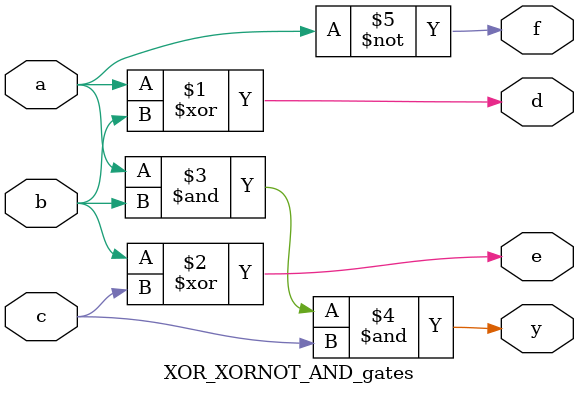
<source format=v>
module XOR_XORNOT_AND_gates (output d, e, f, y, input a, b, c);
  xor (d, a, b);   // d is the output, a and b are inputs
  xor (e, b, c);  // e is the output, b and c are inputs
  not (f, a);  // f is the output, a is the input
  and (y, a, b, c);  //y is the output , a and b and c are inputs
endmodule
</source>
